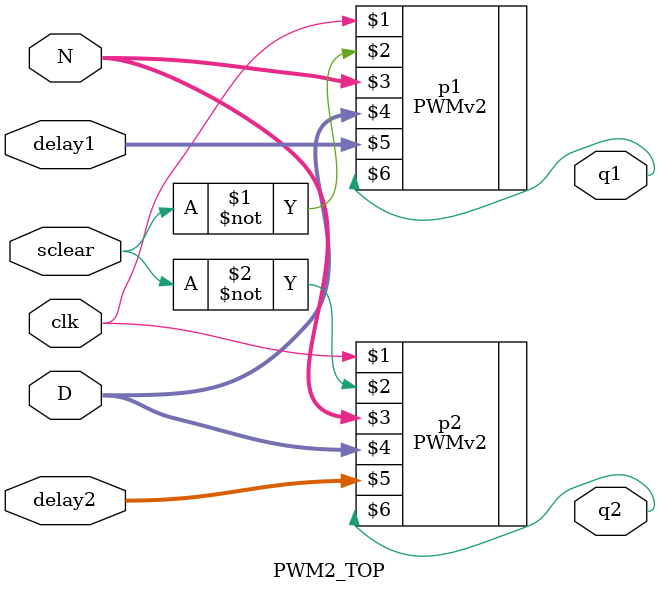
<source format=v>
module PWM2_TOP
(

		input clk, sclear,//reseta em alto e na verdade o clear é sincrono com clk base
		input  [25:0] N, D, delay1, delay2,//relacioando ao tempo, duty cycle e atraso
		output q1, q2//onda pwm

);

PWMv2 p1(clk, ~sclear, N, D, delay1, q1);
PWMv2 p2(clk, ~sclear, N, D, delay2, q2);

endmodule
</source>
